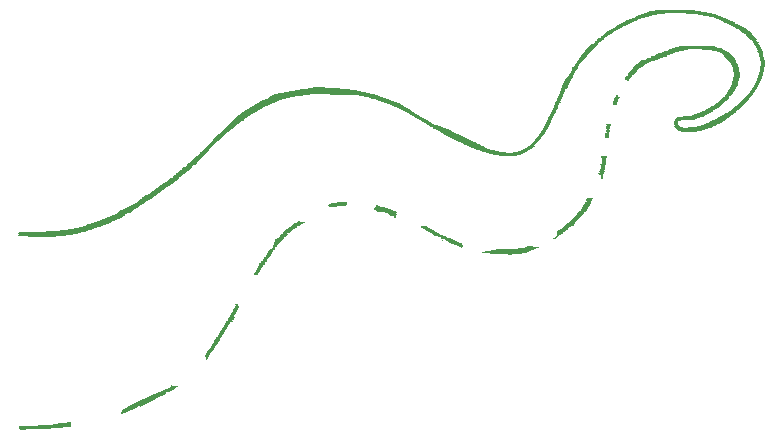
<source format=gto>
G04 EAGLE Gerber X2 export*
G75*
%MOMM*%
%FSLAX34Y34*%
%LPD*%
%AMOC8*
5,1,8,0,0,1.08239X$1,22.5*%
G01*
%ADD10R,0.042419X0.042416*%
%ADD11R,0.466600X0.042419*%
%ADD12R,2.545078X0.042419*%
%ADD13R,2.672334X0.042419*%
%ADD14R,2.884425X0.042419*%
%ADD15R,0.084838X0.042419*%
%ADD16R,3.775203X0.042416*%
%ADD17R,4.369053X0.042419*%
%ADD18R,3.775200X0.042419*%
%ADD19R,2.757169X0.042419*%
%ADD20R,1.951228X0.042416*%
%ADD21R,1.484628X0.042419*%
%ADD22R,1.314956X0.042419*%
%ADD23R,1.060450X0.042419*%
%ADD24R,0.721106X0.042416*%
%ADD25R,0.381763X0.042419*%
%ADD26R,0.042416X0.042419*%
%ADD27R,0.084834X0.042419*%
%ADD28R,0.254506X0.042416*%
%ADD29R,0.339344X0.042419*%
%ADD30R,0.466597X0.042419*%
%ADD31R,0.551434X0.042419*%
%ADD32R,0.636269X0.042416*%
%ADD33R,0.721106X0.042419*%
%ADD34R,0.848359X0.042419*%
%ADD35R,0.763522X0.042419*%
%ADD36R,0.678687X0.042416*%
%ADD37R,0.721103X0.042419*%
%ADD38R,0.805941X0.042419*%
%ADD39R,0.763522X0.042416*%
%ADD40R,0.975612X0.042419*%
%ADD41R,0.933197X0.042419*%
%ADD42R,1.018031X0.042416*%
%ADD43R,1.018031X0.042419*%
%ADD44R,0.975616X0.042419*%
%ADD45R,1.018034X0.042419*%
%ADD46R,0.975616X0.042416*%
%ADD47R,0.890778X0.042419*%
%ADD48R,0.890778X0.042416*%
%ADD49R,0.763525X0.042419*%
%ADD50R,0.678687X0.042419*%
%ADD51R,0.593853X0.042419*%
%ADD52R,0.509019X0.042416*%
%ADD53R,0.678691X0.042419*%
%ADD54R,0.551434X0.042416*%
%ADD55R,0.509019X0.042419*%
%ADD56R,0.042416X0.042416*%
%ADD57R,0.042419X0.042419*%
%ADD58R,0.084838X0.042416*%
%ADD59R,0.127256X0.042419*%
%ADD60R,0.169672X0.042419*%
%ADD61R,0.212088X0.042416*%
%ADD62R,0.254506X0.042419*%
%ADD63R,0.296925X0.042419*%
%ADD64R,0.339344X0.042416*%
%ADD65R,0.381759X0.042419*%
%ADD66R,0.296928X0.042419*%
%ADD67R,0.254509X0.042419*%
%ADD68R,0.254509X0.042416*%
%ADD69R,0.296925X0.042416*%
%ADD70R,0.381759X0.042416*%
%ADD71R,0.339347X0.042419*%
%ADD72R,0.381763X0.042416*%
%ADD73R,0.296928X0.042416*%
%ADD74R,0.424178X0.042419*%
%ADD75R,0.424181X0.042416*%
%ADD76R,0.424178X0.042416*%
%ADD77R,0.424181X0.042419*%
%ADD78R,0.127253X0.042419*%
%ADD79R,1.951228X0.042419*%
%ADD80R,2.629916X0.042419*%
%ADD81R,3.308603X0.042419*%
%ADD82R,3.775203X0.042419*%
%ADD83R,3.605531X0.042416*%
%ADD84R,3.478275X0.042419*%
%ADD85R,3.266188X0.042419*%
%ADD86R,3.181350X0.042419*%
%ADD87R,3.054097X0.042416*%
%ADD88R,1.781556X0.042419*%
%ADD89R,1.399794X0.042419*%
%ADD90R,1.187703X0.042419*%
%ADD91R,0.169672X0.042416*%
%ADD92R,1.145288X0.042416*%
%ADD93R,0.212091X0.042419*%
%ADD94R,0.636269X0.042419*%
%ADD95R,0.593853X0.042416*%
%ADD96R,0.509016X0.042419*%
%ADD97R,0.636272X0.042419*%
%ADD98R,0.551431X0.042419*%
%ADD99R,0.593850X0.042419*%
%ADD100R,0.509016X0.042416*%
%ADD101R,0.084834X0.042416*%
%ADD102R,2.417825X0.042419*%
%ADD103R,2.969263X0.042419*%
%ADD104R,4.029709X0.042416*%
%ADD105R,0.466600X0.042416*%
%ADD106R,0.212091X0.042416*%
%ADD107R,4.284219X0.042419*%
%ADD108R,4.623563X0.042419*%
%ADD109R,5.005325X0.042419*%
%ADD110R,5.047744X0.042416*%
%ADD111R,0.466597X0.042416*%
%ADD112R,5.174997X0.042419*%
%ADD113R,3.860038X0.042419*%
%ADD114R,3.223769X0.042419*%
%ADD115R,2.672334X0.042416*%
%ADD116R,2.205738X0.042419*%
%ADD117R,2.078481X0.042419*%
%ADD118R,1.908809X0.042419*%
%ADD119R,1.781556X0.042416*%
%ADD120R,1.654300X0.042419*%
%ADD121R,1.442213X0.042419*%
%ADD122R,1.484631X0.042419*%
%ADD123R,1.357378X0.042419*%
%ADD124R,1.272541X0.042416*%
%ADD125R,1.272541X0.042419*%
%ADD126R,1.314959X0.042419*%
%ADD127R,1.442213X0.042416*%
%ADD128R,0.593850X0.042416*%
%ADD129R,1.314959X0.042416*%
%ADD130R,1.145288X0.042419*%
%ADD131R,1.187706X0.042416*%
%ADD132R,1.230122X0.042419*%
%ADD133R,1.145284X0.042416*%
%ADD134R,1.102869X0.042419*%
%ADD135R,1.102866X0.042419*%
%ADD136R,1.018034X0.042416*%
%ADD137R,0.127253X0.042416*%
%ADD138R,0.848359X0.042416*%
%ADD139R,0.975612X0.042416*%
%ADD140R,1.527047X0.042419*%
%ADD141R,0.933194X0.042416*%
%ADD142R,0.805944X0.042419*%
%ADD143R,1.145284X0.042419*%
%ADD144R,1.060450X0.042416*%
%ADD145R,0.763525X0.042416*%
%ADD146R,1.484631X0.042416*%
%ADD147R,0.678691X0.042416*%
%ADD148R,0.551431X0.042416*%
%ADD149R,1.527050X0.042419*%
%ADD150R,2.332991X0.042416*%
%ADD151R,2.926841X0.042419*%
%ADD152R,1.569469X0.042419*%
%ADD153R,0.339347X0.042416*%
%ADD154R,1.187706X0.042419*%
%ADD155R,1.187703X0.042416*%
%ADD156R,0.212088X0.042419*%
%ADD157R,1.654303X0.042419*%
%ADD158R,0.933194X0.042419*%
%ADD159R,0.933197X0.042416*%
%ADD160R,2.417825X0.042416*%
%ADD161R,2.587497X0.042419*%
%ADD162R,2.757172X0.042419*%
%ADD163R,0.848363X0.042419*%
%ADD164R,1.866394X0.042419*%
%ADD165R,1.357378X0.042416*%
%ADD166R,0.636272X0.042416*%
%ADD167R,1.611884X0.042419*%
%ADD168R,1.696722X0.042416*%
%ADD169R,1.739138X0.042419*%
%ADD170R,1.866391X0.042419*%
%ADD171R,0.848363X0.042416*%
%ADD172R,1.611884X0.042416*%
%ADD173R,0.805944X0.042416*%
%ADD174R,1.230122X0.042416*%
%ADD175R,1.272538X0.042419*%
%ADD176R,1.357375X0.042419*%
%ADD177R,1.569466X0.042416*%
%ADD178R,1.696719X0.042419*%
%ADD179R,2.290572X0.042416*%
%ADD180R,2.502663X0.042419*%
%ADD181R,2.714750X0.042419*%
%ADD182R,3.605531X0.042419*%
%ADD183R,7.847331X0.042416*%
%ADD184R,7.423150X0.042419*%
%ADD185R,6.998972X0.042419*%
%ADD186R,6.574791X0.042419*%
%ADD187R,6.150609X0.042416*%
%ADD188R,5.641594X0.042419*%
%ADD189R,5.217413X0.042419*%
%ADD190R,4.708400X0.042419*%
%ADD191R,4.156963X0.042419*%
%ADD192R,3.266188X0.042416*%
%ADD193R,2.629919X0.042419*%
%ADD194R,1.102866X0.042416*%
%ADD195R,1.484628X0.042416*%
%ADD196R,1.739138X0.042416*%
%ADD197R,3.817622X0.042419*%
%ADD198R,3.520697X0.042419*%
%ADD199R,3.308603X0.042416*%
%ADD200R,2.969259X0.042419*%
%ADD201R,2.248153X0.042419*%
%ADD202R,1.314956X0.042416*%
%ADD203R,1.696722X0.042419*%
%ADD204R,2.078484X0.042419*%
%ADD205R,5.090159X0.042419*%
%ADD206R,4.665981X0.042419*%
%ADD207R,4.326634X0.042416*%
%ADD208R,3.944872X0.042419*%
%ADD209R,3.435859X0.042419*%


D10*
X130393Y16942D03*
D11*
X130393Y17366D03*
D12*
X140362Y17790D03*
D13*
X140574Y18214D03*
D14*
X141634Y18639D03*
D15*
X160722Y18639D03*
D16*
X146088Y19063D03*
D17*
X149057Y19487D03*
D18*
X152027Y19911D03*
D19*
X157117Y20335D03*
D20*
X161146Y20759D03*
D21*
X163479Y21184D03*
D22*
X164328Y21608D03*
D23*
X165600Y22032D03*
D24*
X167297Y22456D03*
D25*
X168994Y22880D03*
D26*
X214381Y30516D03*
D27*
X214593Y30940D03*
D28*
X215442Y31364D03*
D29*
X215866Y31788D03*
D30*
X216502Y32212D03*
D31*
X216926Y32636D03*
D32*
X217350Y33061D03*
D33*
X217775Y33485D03*
D34*
X219259Y33909D03*
D35*
X219683Y34333D03*
D36*
X220108Y34757D03*
D35*
X221380Y35182D03*
D37*
X221592Y35606D03*
D38*
X222865Y36030D03*
D39*
X223501Y36454D03*
D33*
X224137Y36878D03*
D26*
X230500Y36878D03*
D40*
X226258Y37302D03*
D41*
X226894Y37727D03*
D42*
X228167Y38151D03*
D43*
X229015Y38575D03*
D40*
X229652Y38999D03*
D44*
X230500Y39423D03*
D40*
X231348Y39848D03*
D42*
X232409Y40272D03*
D43*
X233257Y40696D03*
D45*
X234105Y41120D03*
D40*
X234742Y41544D03*
D46*
X235590Y41968D03*
D40*
X236438Y42393D03*
D41*
X237499Y42817D03*
D47*
X238135Y43241D03*
D48*
X238984Y43665D03*
D47*
X239832Y44089D03*
X240680Y44514D03*
X241529Y44938D03*
D48*
X242377Y45362D03*
D34*
X243437Y45786D03*
D47*
X244498Y46210D03*
D41*
X245982Y46634D03*
D48*
X246619Y47059D03*
D49*
X247255Y47483D03*
D50*
X247679Y47907D03*
D51*
X248528Y48331D03*
D52*
X248952Y48755D03*
D33*
X250861Y49179D03*
D53*
X251497Y49604D03*
D50*
X252345Y50028D03*
X253194Y50452D03*
D32*
X253830Y50876D03*
D51*
X254890Y51300D03*
D31*
X255527Y51725D03*
X256799Y52149D03*
D54*
X257223Y52573D03*
D55*
X257860Y52997D03*
D31*
X258496Y53421D03*
X259344Y53845D03*
D56*
X256799Y54270D03*
D57*
X286068Y76327D03*
X286068Y76751D03*
D58*
X285855Y77175D03*
D59*
X286068Y77600D03*
D60*
X285855Y78024D03*
X285855Y78448D03*
D61*
X286068Y78872D03*
D62*
X286280Y79296D03*
X286280Y79720D03*
D63*
X286492Y80145D03*
D64*
X286704Y80569D03*
D29*
X286704Y80993D03*
D65*
X286916Y81417D03*
D29*
X287128Y81841D03*
X287552Y82266D03*
D64*
X287976Y82690D03*
D63*
X288188Y83114D03*
D66*
X288613Y83538D03*
D67*
X288825Y83962D03*
D28*
X289249Y84386D03*
D62*
X289673Y84811D03*
D67*
X290097Y85235D03*
D66*
X290309Y85659D03*
D68*
X290521Y86083D03*
D67*
X290946Y86507D03*
D63*
X291158Y86932D03*
D62*
X291370Y87356D03*
D69*
X291582Y87780D03*
D66*
X292006Y88204D03*
X292430Y88628D03*
X292430Y89052D03*
D69*
X292854Y89477D03*
D29*
X293066Y89901D03*
X293491Y90325D03*
D25*
X293703Y90749D03*
D70*
X294127Y91173D03*
D65*
X294127Y91597D03*
D25*
X294551Y92022D03*
D11*
X294975Y92446D03*
D63*
X294551Y92870D03*
D69*
X294551Y93294D03*
D29*
X295187Y93718D03*
D63*
X295399Y94143D03*
D67*
X295612Y94567D03*
D68*
X295612Y94991D03*
D63*
X296248Y95415D03*
D29*
X296884Y95839D03*
D25*
X297096Y96263D03*
D64*
X297308Y96688D03*
D29*
X297308Y97112D03*
X297732Y97536D03*
X298157Y97960D03*
D64*
X298157Y98384D03*
D29*
X298581Y98809D03*
D25*
X298793Y99233D03*
D29*
X299005Y99657D03*
D70*
X299217Y100081D03*
D25*
X299641Y100505D03*
D29*
X299853Y100929D03*
D25*
X300065Y101354D03*
D64*
X300278Y101778D03*
D25*
X300490Y102202D03*
D29*
X300702Y102626D03*
D71*
X301126Y103050D03*
D25*
X301338Y103475D03*
D72*
X301762Y103899D03*
D25*
X302186Y104323D03*
X302186Y104747D03*
D29*
X302398Y105171D03*
D73*
X302611Y105595D03*
D71*
X302823Y106020D03*
D66*
X303035Y106444D03*
D29*
X303247Y106868D03*
D64*
X303671Y107292D03*
D63*
X303883Y107716D03*
D29*
X304095Y108141D03*
D74*
X304944Y108565D03*
D75*
X305368Y108989D03*
D25*
X305580Y109413D03*
X305580Y109837D03*
D29*
X305792Y110261D03*
D76*
X306216Y110686D03*
D74*
X306640Y111110D03*
X306640Y111534D03*
D77*
X307064Y111958D03*
D72*
X307277Y112382D03*
D25*
X307277Y112806D03*
D29*
X307489Y113231D03*
X307489Y113655D03*
D63*
X307701Y114079D03*
D68*
X307913Y114503D03*
D67*
X308337Y114927D03*
X308337Y115352D03*
D62*
X308761Y115776D03*
D61*
X308973Y116200D03*
D62*
X309185Y116624D03*
D66*
X309822Y117048D03*
X309822Y117472D03*
D69*
X310246Y117897D03*
D63*
X310246Y118321D03*
X310246Y118745D03*
D62*
X310458Y119169D03*
D28*
X310882Y119593D03*
D63*
X311094Y120018D03*
D66*
X311518Y120442D03*
D71*
X311730Y120866D03*
D68*
X311730Y121290D03*
D60*
X311306Y121714D03*
D78*
X311518Y122138D03*
D27*
X311306Y122563D03*
D10*
X311094Y122987D03*
D29*
X327425Y148438D03*
X327849Y148862D03*
D63*
X328061Y149286D03*
D64*
X328273Y149710D03*
D29*
X328698Y150134D03*
X329122Y150559D03*
X329122Y150983D03*
D73*
X329334Y151407D03*
D29*
X329546Y151831D03*
X329970Y152255D03*
D63*
X330182Y152679D03*
D64*
X330394Y153104D03*
D63*
X330606Y153528D03*
D29*
X330819Y153952D03*
X331243Y154376D03*
D72*
X331455Y154800D03*
D25*
X331879Y155224D03*
D29*
X332091Y155649D03*
X332091Y156073D03*
D25*
X332303Y156497D03*
D75*
X332515Y156921D03*
D25*
X332727Y157345D03*
D74*
X332939Y157770D03*
D29*
X333788Y158194D03*
D72*
X334000Y158618D03*
D77*
X334212Y159042D03*
X334212Y159466D03*
D29*
X335060Y159890D03*
D72*
X335272Y160315D03*
D25*
X335272Y160739D03*
X335697Y161163D03*
D29*
X336333Y161587D03*
D64*
X336333Y162011D03*
D65*
X336545Y162436D03*
D29*
X337181Y162860D03*
X337605Y163284D03*
D64*
X337605Y163708D03*
D25*
X337817Y164132D03*
D29*
X338454Y164556D03*
X338878Y164981D03*
D72*
X339090Y165405D03*
X542696Y165405D03*
D25*
X339090Y165829D03*
D79*
X539091Y165829D03*
D27*
X551816Y165829D03*
D63*
X339514Y166253D03*
D80*
X539091Y166253D03*
D63*
X339514Y166677D03*
D81*
X539939Y166677D03*
D29*
X339726Y167102D03*
D82*
X538030Y167102D03*
D70*
X339938Y167526D03*
D83*
X539303Y167526D03*
D63*
X340363Y167950D03*
D84*
X540788Y167950D03*
D63*
X340363Y168374D03*
D85*
X542696Y168374D03*
D63*
X340787Y168798D03*
D86*
X544393Y168798D03*
D68*
X341423Y169222D03*
D87*
X546302Y169222D03*
D67*
X341847Y169647D03*
D59*
X531668Y169647D03*
D88*
X553513Y169647D03*
D59*
X342483Y170071D03*
D89*
X556694Y170071D03*
D78*
X342908Y170495D03*
D90*
X559027Y170495D03*
D91*
X343120Y170919D03*
D92*
X561360Y170919D03*
D93*
X343332Y171343D03*
D26*
X502399Y171343D03*
D38*
X560936Y171343D03*
D93*
X343332Y171768D03*
D59*
X501551Y171768D03*
D11*
X560088Y171768D03*
D67*
X343544Y172192D03*
X500915Y172192D03*
D15*
X559876Y172192D03*
D73*
X343756Y172616D03*
D64*
X500491Y172616D03*
D29*
X343968Y173040D03*
D77*
X500066Y173040D03*
D67*
X344816Y173464D03*
D50*
X498794Y173464D03*
D66*
X345029Y173888D03*
D50*
X498794Y173888D03*
D73*
X345029Y174313D03*
D39*
X497521Y174313D03*
D71*
X345241Y174737D03*
D49*
X496673Y174737D03*
D25*
X345453Y175161D03*
D33*
X496037Y175161D03*
D77*
X345665Y175585D03*
D94*
X494764Y175585D03*
D75*
X346089Y176009D03*
D95*
X494128Y176009D03*
D11*
X346301Y176433D03*
D51*
X493279Y176433D03*
D96*
X346513Y176858D03*
D57*
X485856Y176858D03*
D94*
X492643Y176858D03*
D96*
X346937Y177282D03*
D97*
X491795Y177282D03*
D31*
X347149Y177706D03*
D51*
X490734Y177706D03*
D32*
X347574Y178130D03*
D54*
X490098Y178130D03*
D98*
X347998Y178554D03*
D99*
X489038Y178554D03*
D26*
X580448Y178554D03*
D96*
X348634Y178979D03*
D50*
X487765Y178979D03*
D27*
X580661Y178979D03*
D25*
X349270Y179403D03*
D31*
X487129Y179403D03*
D15*
X581509Y179403D03*
D64*
X349482Y179827D03*
D100*
X486493Y179827D03*
D101*
X581933Y179827D03*
D96*
X350331Y180251D03*
D77*
X485644Y180251D03*
D15*
X582781Y180251D03*
D102*
X146512Y180675D03*
D96*
X350755Y180675D03*
D31*
X484160Y180675D03*
D59*
X582994Y180675D03*
D60*
X128060Y181099D03*
D59*
X134211Y181099D03*
D103*
X150118Y181099D03*
D30*
X350967Y181099D03*
D50*
X482675Y181099D03*
D78*
X583418Y181099D03*
D104*
X146936Y181524D03*
D105*
X351391Y181524D03*
D32*
X482039Y181524D03*
D106*
X583842Y181524D03*
D107*
X148209Y181948D03*
D30*
X351815Y181948D03*
D31*
X481190Y181948D03*
D67*
X584054Y181948D03*
D108*
X149906Y182372D03*
D74*
X352027Y182372D03*
D55*
X480554Y182372D03*
D63*
X584266Y182372D03*
D109*
X151815Y182796D03*
D65*
X352240Y182796D03*
D96*
X480130Y182796D03*
D63*
X584266Y182796D03*
D110*
X152027Y183220D03*
D72*
X352664Y183220D03*
D111*
X479494Y183220D03*
D75*
X584902Y183220D03*
D112*
X153087Y183645D03*
D77*
X353300Y183645D03*
D11*
X478645Y183645D03*
D96*
X585326Y183645D03*
D50*
X130606Y184069D03*
D113*
X160086Y184069D03*
D77*
X353724Y184069D03*
D31*
X477797Y184069D03*
X585539Y184069D03*
D114*
X165812Y184493D03*
D74*
X354148Y184493D03*
D98*
X476949Y184493D03*
D31*
X585963Y184493D03*
D115*
X169842Y184917D03*
D75*
X354573Y184917D03*
D54*
X476100Y184917D03*
D95*
X586175Y184917D03*
D116*
X172599Y185341D03*
D11*
X355209Y185341D03*
D99*
X475464Y185341D03*
D51*
X587023Y185341D03*
D117*
X175357Y185765D03*
D30*
X355633Y185765D03*
D31*
X474828Y185765D03*
X587659Y185765D03*
D118*
X177477Y186190D03*
D30*
X356057Y186190D03*
D31*
X473979Y186190D03*
X588084Y186190D03*
D119*
X179810Y186614D03*
D105*
X356906Y186614D03*
D54*
X473131Y186614D03*
D95*
X588720Y186614D03*
D120*
X181719Y187038D03*
D96*
X357542Y187038D03*
X472495Y187038D03*
D31*
X589356Y187038D03*
D121*
X183204Y187462D03*
D96*
X357966Y187462D03*
D55*
X471646Y187462D03*
D31*
X589780Y187462D03*
D122*
X185113Y187886D03*
D94*
X359026Y187886D03*
D30*
X471010Y187886D03*
D31*
X590205Y187886D03*
D123*
X186173Y188311D03*
D31*
X359451Y188311D03*
D96*
X470374Y188311D03*
X590417Y188311D03*
D124*
X187870Y188735D03*
D100*
X359663Y188735D03*
D54*
X469737Y188735D03*
D100*
X591265Y188735D03*
D125*
X189567Y189159D03*
D96*
X360087Y189159D03*
X591689Y189159D03*
D125*
X190839Y189583D03*
D50*
X361359Y189583D03*
D11*
X591901Y189583D03*
D126*
X191475Y190007D03*
D99*
X361784Y190007D03*
D50*
X593386Y190007D03*
D127*
X192536Y190431D03*
D128*
X362208Y190431D03*
D32*
X593598Y190431D03*
D22*
X194020Y190856D03*
D97*
X362844Y190856D03*
D99*
X593810Y190856D03*
D123*
X195081Y191280D03*
D94*
X363692Y191280D03*
D51*
X594234Y191280D03*
D22*
X196141Y191704D03*
D51*
X364329Y191704D03*
X594658Y191704D03*
D129*
X196990Y192128D03*
D36*
X365601Y192128D03*
D54*
X594871Y192128D03*
D22*
X197838Y192552D03*
D51*
X366025Y192552D03*
D98*
X595295Y192552D03*
D130*
X199111Y192977D03*
D78*
X364117Y192977D03*
D31*
X595719Y192977D03*
D90*
X200171Y193401D03*
D27*
X364329Y193401D03*
D31*
X596143Y193401D03*
D131*
X201444Y193825D03*
D54*
X596567Y193825D03*
D132*
X202504Y194249D03*
D31*
X596991Y194249D03*
D132*
X203352Y194673D03*
D31*
X597416Y194673D03*
D132*
X204201Y195097D03*
D31*
X597840Y195097D03*
D133*
X205473Y195522D03*
D54*
X598264Y195522D03*
D134*
X206534Y195946D03*
D31*
X598688Y195946D03*
D135*
X207382Y196370D03*
D31*
X599112Y196370D03*
D134*
X208230Y196794D03*
D15*
X445347Y196794D03*
D31*
X599537Y196794D03*
D136*
X209079Y197218D03*
D137*
X445559Y197218D03*
D54*
X599961Y197218D03*
D40*
X209715Y197642D03*
D60*
X445771Y197642D03*
D31*
X600385Y197642D03*
D45*
X210776Y198067D03*
D29*
X444923Y198067D03*
D31*
X600809Y198067D03*
D40*
X211412Y198491D03*
D96*
X444075Y198491D03*
D31*
X601233Y198491D03*
D47*
X212260Y198915D03*
D31*
X443862Y198915D03*
X601657Y198915D03*
D138*
X212896Y199339D03*
D32*
X443438Y199339D03*
D100*
X601870Y199339D03*
D47*
X213957Y199763D03*
D50*
X443226Y199763D03*
D30*
X602082Y199763D03*
D47*
X214381Y200188D03*
D33*
X443014Y200188D03*
D11*
X602506Y200188D03*
D23*
X216078Y200612D03*
D47*
X442166Y200612D03*
D30*
X602930Y200612D03*
D46*
X216502Y201036D03*
D139*
X441742Y201036D03*
D76*
X603142Y201036D03*
D41*
X216714Y201460D03*
D140*
X438984Y201460D03*
D74*
X603566Y201460D03*
D41*
X217562Y201884D03*
D140*
X437712Y201884D03*
D11*
X604203Y201884D03*
D41*
X217987Y202308D03*
D89*
X436651Y202308D03*
D31*
X605051Y202308D03*
D141*
X218835Y202733D03*
D129*
X435803Y202733D03*
D100*
X605263Y202733D03*
D34*
X219683Y203157D03*
D126*
X435379Y203157D03*
D31*
X605475Y203157D03*
D142*
X220320Y203581D03*
D22*
X434531Y203581D03*
D96*
X605687Y203581D03*
D34*
X220956Y204005D03*
D143*
X433682Y204005D03*
D11*
X605899Y204005D03*
D39*
X221804Y204429D03*
D144*
X433258Y204429D03*
D111*
X606323Y204429D03*
D49*
X222653Y204854D03*
D142*
X432834Y204854D03*
D30*
X606323Y204854D03*
D35*
X223501Y205278D03*
D30*
X431561Y205278D03*
D74*
X606535Y205278D03*
D142*
X224137Y205702D03*
D93*
X394233Y205702D03*
D63*
X430713Y205702D03*
D74*
X606960Y205702D03*
D145*
X224774Y206126D03*
D36*
X393173Y206126D03*
D106*
X430289Y206126D03*
D72*
X607172Y206126D03*
D33*
X225410Y206550D03*
D35*
X393173Y206550D03*
D59*
X402717Y206550D03*
D27*
X430501Y206550D03*
D77*
X607384Y206550D03*
D94*
X226258Y206974D03*
D89*
X396354Y206974D03*
D26*
X430289Y206974D03*
D77*
X607808Y206974D03*
D97*
X227106Y207399D03*
D140*
X396991Y207399D03*
D77*
X607808Y207399D03*
D32*
X227955Y207823D03*
D146*
X397203Y207823D03*
D75*
X608232Y207823D03*
D97*
X228803Y208247D03*
D126*
X398051Y208247D03*
D25*
X608444Y208247D03*
D94*
X229227Y208671D03*
D23*
X399324Y208671D03*
D74*
X608656Y208671D03*
D97*
X230076Y209095D03*
D49*
X400808Y209095D03*
D74*
X608656Y209095D03*
D97*
X230500Y209520D03*
D77*
X402505Y209520D03*
X609081Y209520D03*
D32*
X230924Y209944D03*
D64*
X609505Y209944D03*
D50*
X231560Y210368D03*
D25*
X609717Y210368D03*
D97*
X232197Y210792D03*
D25*
X609717Y210792D03*
D50*
X232833Y211216D03*
D77*
X609929Y211216D03*
D36*
X233257Y211640D03*
D75*
X609929Y211640D03*
D35*
X234105Y212065D03*
D77*
X609929Y212065D03*
D33*
X234742Y212489D03*
D74*
X610353Y212489D03*
D49*
X235378Y212913D03*
D74*
X610353Y212913D03*
D39*
X235802Y213337D03*
D49*
X236651Y213761D03*
X237075Y214186D03*
D50*
X237923Y214610D03*
D145*
X238347Y215034D03*
D49*
X238771Y215458D03*
D33*
X239408Y215882D03*
X240256Y216306D03*
D24*
X241104Y216731D03*
D33*
X241529Y217155D03*
X242377Y217579D03*
D50*
X243013Y218003D03*
D36*
X243437Y218427D03*
D94*
X244074Y218851D03*
D97*
X244498Y219276D03*
D50*
X245134Y219700D03*
X245983Y220124D03*
D147*
X246407Y220548D03*
D50*
X246831Y220972D03*
D33*
X247467Y221397D03*
D53*
X248103Y221821D03*
D36*
X248528Y222245D03*
D94*
X249164Y222669D03*
D97*
X249588Y223093D03*
D51*
X250224Y223517D03*
D147*
X251497Y223942D03*
D50*
X251921Y224366D03*
D99*
X252345Y224790D03*
X252769Y225214D03*
D32*
X253830Y225638D03*
D50*
X254466Y226063D03*
X254890Y226487D03*
D94*
X255527Y226911D03*
D36*
X256163Y227335D03*
D97*
X256799Y227759D03*
X257223Y228183D03*
D94*
X257647Y228608D03*
D95*
X258284Y229032D03*
D51*
X258708Y229456D03*
D57*
X620746Y229456D03*
D51*
X259132Y229880D03*
D15*
X620533Y229880D03*
D31*
X259768Y230304D03*
D15*
X620533Y230304D03*
D31*
X260193Y230729D03*
D15*
X620533Y230729D03*
D54*
X260617Y231153D03*
D137*
X620746Y231153D03*
D99*
X261253Y231577D03*
D78*
X620746Y231577D03*
D51*
X261677Y232001D03*
D93*
X620321Y232001D03*
D31*
X262313Y232425D03*
D93*
X620321Y232425D03*
D54*
X262738Y232849D03*
D64*
X620109Y232849D03*
D98*
X263162Y233274D03*
D25*
X619897Y233274D03*
D51*
X263798Y233698D03*
D77*
X620109Y233698D03*
D51*
X264222Y234122D03*
D77*
X620109Y234122D03*
D148*
X264859Y234546D03*
D72*
X620321Y234546D03*
D51*
X265495Y234970D03*
D25*
X620321Y234970D03*
D51*
X265919Y235395D03*
D77*
X620533Y235395D03*
D99*
X266343Y235819D03*
D25*
X620746Y235819D03*
D128*
X266767Y236243D03*
D72*
X620746Y236243D03*
D97*
X267404Y236667D03*
D25*
X620746Y236667D03*
D94*
X268252Y237091D03*
D71*
X620958Y237091D03*
D94*
X268676Y237515D03*
D25*
X621170Y237515D03*
D95*
X268888Y237940D03*
D72*
X621170Y237940D03*
D51*
X269312Y238364D03*
D25*
X621170Y238364D03*
D51*
X269737Y238788D03*
D25*
X621170Y238788D03*
D99*
X270161Y239212D03*
D29*
X621382Y239212D03*
D54*
X270797Y239636D03*
D72*
X621594Y239636D03*
D31*
X271221Y240060D03*
D25*
X621594Y240060D03*
D31*
X271645Y240485D03*
D25*
X621594Y240485D03*
D31*
X272070Y240909D03*
D25*
X621594Y240909D03*
D51*
X272706Y241333D03*
D25*
X621594Y241333D03*
D95*
X273130Y241757D03*
D75*
X621806Y241757D03*
D99*
X273554Y242181D03*
D25*
X622018Y242181D03*
D99*
X273978Y242606D03*
D25*
X622018Y242606D03*
D96*
X274403Y243030D03*
D25*
X622018Y243030D03*
D100*
X274827Y243454D03*
D72*
X622018Y243454D03*
D96*
X275251Y243878D03*
D25*
X622018Y243878D03*
D96*
X275675Y244302D03*
D29*
X622230Y244302D03*
D31*
X276311Y244726D03*
D29*
X622230Y244726D03*
D54*
X276736Y245151D03*
D64*
X622230Y245151D03*
D98*
X277160Y245575D03*
D29*
X622230Y245575D03*
D31*
X277584Y245999D03*
D29*
X622230Y245999D03*
D31*
X278008Y246423D03*
D29*
X622230Y246423D03*
D54*
X278432Y246847D03*
D64*
X622230Y246847D03*
D96*
X278644Y247272D03*
D77*
X622230Y247272D03*
D11*
X279281Y247696D03*
D77*
X622230Y247696D03*
D30*
X279705Y248120D03*
D77*
X622230Y248120D03*
D111*
X280129Y248544D03*
D75*
X622230Y248544D03*
D55*
X280765Y248968D03*
D43*
X540788Y248968D03*
D96*
X281189Y249392D03*
D149*
X540788Y249392D03*
D96*
X281614Y249817D03*
D79*
X540363Y249817D03*
D100*
X282038Y250241D03*
D150*
X540151Y250241D03*
D55*
X282462Y250665D03*
D13*
X539727Y250665D03*
D11*
X282674Y251089D03*
D151*
X539303Y251089D03*
D30*
X283098Y251513D03*
D152*
X531668Y251513D03*
D41*
X550120Y251513D03*
D30*
X283522Y251938D03*
D126*
X529123Y251938D03*
D50*
X551816Y251938D03*
D75*
X284159Y252362D03*
D124*
X526790Y252362D03*
D128*
X553089Y252362D03*
D77*
X284583Y252786D03*
D125*
X525517Y252786D03*
D51*
X553937Y252786D03*
D74*
X285007Y253210D03*
D132*
X524457Y253210D03*
D31*
X554998Y253210D03*
D65*
X285219Y253634D03*
D45*
X522124Y253634D03*
D31*
X555846Y253634D03*
D72*
X285643Y254058D03*
D46*
X520639Y254058D03*
D52*
X556482Y254058D03*
D25*
X286068Y254483D03*
D40*
X519367Y254483D03*
D30*
X557119Y254483D03*
D25*
X286492Y254907D03*
D44*
X518518Y254907D03*
D55*
X558179Y254907D03*
D65*
X286916Y255331D03*
D43*
X517458Y255331D03*
D30*
X558815Y255331D03*
D72*
X287340Y255755D03*
D144*
X516397Y255755D03*
D76*
X559452Y255755D03*
D25*
X287764Y256179D03*
D134*
X515337Y256179D03*
D11*
X560088Y256179D03*
D25*
X288188Y256604D03*
D134*
X514488Y256604D03*
D74*
X560724Y256604D03*
D65*
X288613Y257028D03*
D23*
X513428Y257028D03*
D74*
X561148Y257028D03*
D64*
X288825Y257452D03*
D144*
X512580Y257452D03*
D72*
X561360Y257452D03*
D29*
X289249Y257876D03*
D134*
X511943Y257876D03*
D25*
X561785Y257876D03*
D29*
X289673Y258300D03*
D90*
X511095Y258300D03*
D25*
X562209Y258300D03*
D29*
X290097Y258724D03*
D143*
X510035Y258724D03*
D65*
X562633Y258724D03*
D153*
X290521Y259149D03*
D92*
X509186Y259149D03*
D72*
X563057Y259149D03*
D29*
X290946Y259573D03*
D154*
X508550Y259573D03*
D25*
X563481Y259573D03*
D29*
X291370Y259997D03*
D143*
X507914Y259997D03*
D25*
X563905Y259997D03*
X292006Y260421D03*
D154*
X506853Y260421D03*
D65*
X564330Y260421D03*
D72*
X292430Y260845D03*
D155*
X505581Y260845D03*
D64*
X564542Y260845D03*
D25*
X292854Y261269D03*
D130*
X504944Y261269D03*
D29*
X564966Y261269D03*
D25*
X293279Y261694D03*
D134*
X503884Y261694D03*
D29*
X565390Y261694D03*
D77*
X293491Y262118D03*
D134*
X503036Y262118D03*
D29*
X565814Y262118D03*
D74*
X293915Y262542D03*
D134*
X502187Y262542D03*
D25*
X566026Y262542D03*
D76*
X294339Y262966D03*
D133*
X501127Y262966D03*
D153*
X566238Y262966D03*
D77*
X294763Y263390D03*
D154*
X500066Y263390D03*
D29*
X566663Y263390D03*
D30*
X295399Y263815D03*
D90*
X499218Y263815D03*
D29*
X567087Y263815D03*
D30*
X295824Y264239D03*
D130*
X498582Y264239D03*
D29*
X567511Y264239D03*
X624775Y264239D03*
D111*
X296248Y264663D03*
D92*
X497733Y264663D03*
D64*
X567511Y264663D03*
X624775Y264663D03*
D11*
X296672Y265087D03*
D143*
X496885Y265087D03*
D71*
X567935Y265087D03*
D63*
X624987Y265087D03*
D30*
X297096Y265511D03*
D130*
X496037Y265511D03*
D29*
X568359Y265511D03*
D63*
X624987Y265511D03*
D30*
X297520Y265935D03*
D143*
X495188Y265935D03*
D29*
X568783Y265935D03*
D62*
X625199Y265935D03*
D111*
X297945Y266360D03*
D92*
X494340Y266360D03*
D69*
X568996Y266360D03*
D28*
X625199Y266360D03*
D11*
X298369Y266784D03*
D135*
X493704Y266784D03*
D29*
X569208Y266784D03*
D62*
X625199Y266784D03*
D74*
X299005Y267208D03*
D134*
X492855Y267208D03*
D29*
X569632Y267208D03*
D62*
X625199Y267208D03*
D74*
X299429Y267632D03*
D23*
X492219Y267632D03*
D29*
X570056Y267632D03*
D62*
X625199Y267632D03*
D75*
X299853Y268056D03*
D144*
X491371Y268056D03*
D64*
X570480Y268056D03*
D61*
X625412Y268056D03*
D77*
X300278Y268481D03*
D23*
X490522Y268481D03*
D63*
X570692Y268481D03*
D156*
X625412Y268481D03*
D30*
X300914Y268905D03*
D23*
X489674Y268905D03*
D29*
X570904Y268905D03*
D156*
X625412Y268905D03*
D30*
X301338Y269329D03*
D23*
X488826Y269329D03*
D63*
X571116Y269329D03*
D156*
X625412Y269329D03*
D50*
X694765Y269329D03*
D52*
X301974Y269753D03*
D42*
X488189Y269753D03*
D73*
X571541Y269753D03*
D28*
X625624Y269753D03*
D124*
X694765Y269753D03*
D96*
X302398Y270177D03*
D43*
X487341Y270177D03*
D29*
X571753Y270177D03*
D62*
X625624Y270177D03*
D157*
X694977Y270177D03*
D96*
X302823Y270601D03*
D41*
X486493Y270601D03*
D63*
X571965Y270601D03*
D93*
X625836Y270601D03*
D79*
X695613Y270601D03*
D96*
X303247Y271026D03*
D158*
X485644Y271026D03*
D63*
X572389Y271026D03*
D93*
X625836Y271026D03*
D116*
X696037Y271026D03*
D54*
X303883Y271450D03*
D159*
X484796Y271450D03*
D69*
X572389Y271450D03*
D106*
X625836Y271450D03*
D160*
X696250Y271450D03*
D51*
X304519Y271874D03*
D158*
X483947Y271874D03*
D63*
X572813Y271874D03*
D67*
X626048Y271874D03*
D161*
X696674Y271874D03*
D51*
X304944Y272298D03*
D41*
X483099Y272298D03*
D67*
X573025Y272298D03*
X626048Y272298D03*
D162*
X697098Y272298D03*
D99*
X305368Y272722D03*
D163*
X482251Y272722D03*
D66*
X573237Y272722D03*
D67*
X626048Y272722D03*
D51*
X685857Y272722D03*
D164*
X702824Y272722D03*
D98*
X305580Y273147D03*
D38*
X481614Y273147D03*
D67*
X573449Y273147D03*
X626048Y273147D03*
D96*
X685009Y273147D03*
D140*
X705794Y273147D03*
D95*
X306216Y273571D03*
D145*
X480554Y273571D03*
D69*
X573662Y273571D03*
D68*
X626048Y273571D03*
D76*
X684585Y273571D03*
D165*
X707490Y273571D03*
D94*
X306852Y273995D03*
D35*
X479706Y273995D03*
D62*
X573874Y273995D03*
D67*
X626048Y273995D03*
D77*
X684160Y273995D03*
D132*
X708975Y273995D03*
D94*
X307277Y274419D03*
D33*
X478645Y274419D03*
D63*
X574086Y274419D03*
D66*
X626260Y274419D03*
D25*
X683948Y274419D03*
D154*
X710035Y274419D03*
D94*
X307701Y274843D03*
D97*
X477797Y274843D03*
D62*
X574298Y274843D03*
D66*
X626260Y274843D03*
D25*
X683948Y274843D03*
D143*
X711096Y274843D03*
D166*
X308125Y275267D03*
D100*
X476312Y275267D03*
D69*
X574510Y275267D03*
D64*
X626048Y275267D03*
D72*
X683524Y275267D03*
D144*
X712368Y275267D03*
D94*
X308549Y275692D03*
D96*
X475464Y275692D03*
D67*
X574722Y275692D03*
D63*
X626684Y275692D03*
D29*
X683312Y275692D03*
D23*
X713217Y275692D03*
D94*
X308973Y276116D03*
D96*
X474616Y276116D03*
D66*
X574934Y276116D03*
D29*
X683312Y276116D03*
D23*
X714065Y276116D03*
D50*
X309610Y276540D03*
D96*
X474191Y276540D03*
D67*
X575146Y276540D03*
D66*
X683100Y276540D03*
D43*
X715126Y276540D03*
D24*
X310246Y276964D03*
D52*
X473343Y276964D03*
D69*
X575358Y276964D03*
D73*
X683100Y276964D03*
D42*
X715974Y276964D03*
D33*
X310670Y277388D03*
D96*
X472495Y277388D03*
D62*
X575570Y277388D03*
D29*
X683312Y277388D03*
D43*
X716822Y277388D03*
D33*
X311094Y277813D03*
D55*
X471646Y277813D03*
D63*
X575782Y277813D03*
D29*
X683312Y277813D03*
D40*
X717459Y277813D03*
D33*
X311518Y278237D03*
D30*
X471010Y278237D03*
D63*
X575782Y278237D03*
D29*
X683736Y278237D03*
D44*
X718307Y278237D03*
D24*
X311942Y278661D03*
D111*
X470586Y278661D03*
D28*
X575995Y278661D03*
D72*
X683948Y278661D03*
D141*
X718943Y278661D03*
D34*
X313003Y279085D03*
D11*
X469737Y279085D03*
D63*
X576207Y279085D03*
D31*
X685221Y279085D03*
D41*
X719792Y279085D03*
D38*
X313215Y279509D03*
D30*
X469313Y279509D03*
D67*
X576419Y279509D03*
D22*
X689039Y279509D03*
D47*
X720428Y279509D03*
D38*
X313639Y279933D03*
D30*
X468465Y279933D03*
D66*
X576631Y279933D03*
D167*
X690947Y279933D03*
D47*
X721276Y279933D03*
D145*
X313851Y280358D03*
D111*
X467617Y280358D03*
D68*
X576843Y280358D03*
D168*
X691796Y280358D03*
D138*
X721912Y280358D03*
D49*
X314275Y280782D03*
D30*
X466768Y280782D03*
D66*
X577055Y280782D03*
D169*
X692432Y280782D03*
D142*
X722549Y280782D03*
D38*
X314912Y281206D03*
D30*
X465920Y281206D03*
D66*
X577055Y281206D03*
D170*
X693917Y281206D03*
D38*
X723397Y281206D03*
D34*
X315548Y281630D03*
D74*
X465284Y281630D03*
D63*
X577479Y281630D03*
D170*
X694765Y281630D03*
D49*
X724033Y281630D03*
D171*
X315972Y282054D03*
D75*
X464435Y282054D03*
D69*
X577479Y282054D03*
D172*
X697310Y282054D03*
D145*
X724458Y282054D03*
D47*
X316608Y282478D03*
D30*
X463799Y282478D03*
D63*
X577903Y282478D03*
D167*
X698158Y282478D03*
D33*
X725094Y282478D03*
D47*
X317033Y282903D03*
D77*
X463163Y282903D03*
D29*
X578115Y282903D03*
D43*
X701976Y282903D03*
D50*
X725730Y282903D03*
D158*
X317669Y283327D03*
D96*
X462314Y283327D03*
D66*
X578328Y283327D03*
D41*
X702824Y283327D03*
D50*
X726578Y283327D03*
D47*
X318305Y283751D03*
D96*
X461466Y283751D03*
D71*
X578540Y283751D03*
D44*
X703885Y283751D03*
D50*
X727427Y283751D03*
D48*
X319154Y284175D03*
D54*
X460830Y284175D03*
D73*
X578752Y284175D03*
D139*
X704733Y284175D03*
D32*
X728063Y284175D03*
D158*
X319790Y284599D03*
D96*
X460193Y284599D03*
D29*
X578964Y284599D03*
D41*
X705794Y284599D03*
D97*
X728487Y284599D03*
D44*
X320426Y285024D03*
D31*
X459557Y285024D03*
D29*
X579388Y285024D03*
D47*
X706854Y285024D03*
D51*
X729124Y285024D03*
D44*
X320850Y285448D03*
D31*
X458709Y285448D03*
D29*
X579388Y285448D03*
D47*
X707702Y285448D03*
D98*
X729760Y285448D03*
D139*
X321699Y285872D03*
D54*
X458285Y285872D03*
D64*
X579812Y285872D03*
D48*
X708551Y285872D03*
D95*
X730396Y285872D03*
D41*
X322335Y286296D03*
D98*
X457436Y286296D03*
D29*
X579812Y286296D03*
D38*
X709399Y286296D03*
D31*
X731032Y286296D03*
D158*
X323183Y286720D03*
D31*
X456588Y286720D03*
D29*
X579812Y286720D03*
D49*
X710460Y286720D03*
D96*
X731669Y286720D03*
D41*
X323607Y287144D03*
D99*
X455952Y287144D03*
D29*
X580236Y287144D03*
D37*
X711096Y287144D03*
D96*
X732093Y287144D03*
D159*
X324456Y287569D03*
D128*
X455527Y287569D03*
D70*
X580448Y287569D03*
D24*
X711520Y287569D03*
D111*
X732729Y287569D03*
D41*
X325304Y287993D03*
D94*
X454467Y287993D03*
D29*
X580661Y287993D03*
D33*
X712368Y287993D03*
D11*
X733153Y287993D03*
D41*
X326153Y288417D03*
D50*
X453831Y288417D03*
D25*
X580873Y288417D03*
D97*
X713217Y288417D03*
D74*
X733789Y288417D03*
D40*
X326789Y288841D03*
D53*
X452982Y288841D03*
D25*
X581297Y288841D03*
D94*
X714065Y288841D03*
D74*
X734214Y288841D03*
D46*
X327637Y289265D03*
D36*
X452134Y289265D03*
D64*
X581509Y289265D03*
D95*
X714701Y289265D03*
D75*
X734638Y289265D03*
D40*
X328061Y289690D03*
D33*
X451498Y289690D03*
D25*
X581721Y289690D03*
D99*
X715550Y289690D03*
D11*
X735274Y289690D03*
D43*
X328698Y290114D03*
D33*
X450649Y290114D03*
D25*
X581721Y290114D03*
D51*
X715974Y290114D03*
D30*
X735698Y290114D03*
D23*
X329758Y290538D03*
D33*
X449801Y290538D03*
D29*
X581933Y290538D03*
D51*
X716398Y290538D03*
D30*
X736122Y290538D03*
D144*
X330606Y290962D03*
D173*
X448953Y290962D03*
D70*
X582145Y290962D03*
D100*
X717671Y290962D03*
D75*
X736759Y290962D03*
D23*
X331455Y291386D03*
D34*
X448316Y291386D03*
D65*
X582145Y291386D03*
D96*
X718095Y291386D03*
D77*
X737183Y291386D03*
D134*
X332091Y291810D03*
D34*
X447468Y291810D03*
D65*
X582145Y291810D03*
D96*
X718519Y291810D03*
D74*
X737607Y291810D03*
D143*
X333151Y292235D03*
D47*
X446408Y292235D03*
D25*
X582569Y292235D03*
D66*
X631350Y292235D03*
D96*
X718943Y292235D03*
D77*
X738031Y292235D03*
D174*
X334000Y292659D03*
D48*
X445559Y292659D03*
D64*
X582781Y292659D03*
D73*
X631350Y292659D03*
D111*
X719579Y292659D03*
D75*
X738455Y292659D03*
D132*
X334848Y293083D03*
D41*
X444499Y293083D03*
D25*
X582994Y293083D03*
D67*
X631562Y293083D03*
D30*
X720004Y293083D03*
D77*
X738880Y293083D03*
D132*
X335697Y293507D03*
D40*
X443438Y293507D03*
D25*
X582994Y293507D03*
D66*
X631774Y293507D03*
D77*
X720640Y293507D03*
D74*
X739304Y293507D03*
D132*
X336545Y293931D03*
D41*
X441954Y293931D03*
D77*
X583206Y293931D03*
D67*
X631986Y293931D03*
D77*
X721064Y293931D03*
D74*
X739728Y293931D03*
D175*
X337181Y294356D03*
D44*
X440893Y294356D03*
D25*
X583418Y294356D03*
D67*
X631986Y294356D03*
D30*
X721700Y294356D03*
D77*
X740152Y294356D03*
D124*
X338030Y294780D03*
D139*
X439621Y294780D03*
D70*
X583842Y294780D03*
D68*
X631986Y294780D03*
D111*
X722125Y294780D03*
D75*
X740576Y294780D03*
D125*
X338878Y295204D03*
D40*
X438348Y295204D03*
D65*
X583842Y295204D03*
D63*
X632198Y295204D03*
D11*
X722549Y295204D03*
D74*
X741001Y295204D03*
D125*
X339726Y295628D03*
D45*
X437288Y295628D03*
D29*
X584054Y295628D03*
D62*
X632410Y295628D03*
D74*
X723185Y295628D03*
X741425Y295628D03*
D22*
X340787Y296052D03*
D43*
X436015Y296052D03*
D25*
X584266Y296052D03*
D62*
X632410Y296052D03*
D74*
X723609Y296052D03*
D77*
X741849Y296052D03*
D129*
X342059Y296476D03*
D42*
X435167Y296476D03*
D64*
X584478Y296476D03*
D69*
X632623Y296476D03*
D75*
X724033Y296476D03*
X742273Y296476D03*
D126*
X343332Y296901D03*
D23*
X434106Y296901D03*
D29*
X584478Y296901D03*
D63*
X632623Y296901D03*
D77*
X724458Y296901D03*
D74*
X742697Y296901D03*
D176*
X344392Y297325D03*
D43*
X432622Y297325D03*
D25*
X584690Y297325D03*
D29*
X632835Y297325D03*
D77*
X724882Y297325D03*
D65*
X742909Y297325D03*
D121*
X345665Y297749D03*
D134*
X431349Y297749D03*
D29*
X584902Y297749D03*
X633259Y297749D03*
D74*
X725306Y297749D03*
D25*
X743334Y297749D03*
D177*
X346725Y298173D03*
D46*
X429865Y298173D03*
D64*
X584902Y298173D03*
D70*
X633471Y298173D03*
D75*
X725730Y298173D03*
D72*
X743758Y298173D03*
D178*
X347786Y298597D03*
D45*
X428380Y298597D03*
D29*
X585327Y298597D03*
D25*
X633895Y298597D03*
X725942Y298597D03*
X744182Y298597D03*
D118*
X349270Y299022D03*
D135*
X426683Y299022D03*
D29*
X585327Y299022D03*
D60*
X633259Y299022D03*
D25*
X726366Y299022D03*
D65*
X744606Y299022D03*
D117*
X350967Y299446D03*
D90*
X425411Y299446D03*
D29*
X585751Y299446D03*
D78*
X633047Y299446D03*
D25*
X726791Y299446D03*
X745030Y299446D03*
D179*
X352876Y299870D03*
D124*
X424138Y299870D03*
D64*
X585751Y299870D03*
D137*
X633047Y299870D03*
D76*
X727003Y299870D03*
D72*
X745454Y299870D03*
D180*
X354785Y300294D03*
D122*
X422229Y300294D03*
D25*
X585963Y300294D03*
D77*
X727427Y300294D03*
D29*
X745667Y300294D03*
D181*
X356693Y300718D03*
D88*
X419048Y300718D03*
D29*
X586175Y300718D03*
D77*
X727851Y300718D03*
D29*
X746091Y300718D03*
D151*
X359026Y301142D03*
D182*
X408231Y301142D03*
D29*
X586175Y301142D03*
D25*
X728063Y301142D03*
D71*
X746515Y301142D03*
D183*
X385326Y301567D03*
D64*
X586599Y301567D03*
D72*
X728487Y301567D03*
D73*
X746727Y301567D03*
D184*
X385750Y301991D03*
D29*
X586599Y301991D03*
D74*
X728699Y301991D03*
D63*
X747151Y301991D03*
D185*
X385750Y302415D03*
D29*
X587023Y302415D03*
D74*
X729124Y302415D03*
D63*
X747575Y302415D03*
D186*
X385750Y302839D03*
D29*
X587023Y302839D03*
D25*
X729336Y302839D03*
D29*
X747787Y302839D03*
D187*
X386174Y303263D03*
D64*
X587023Y303263D03*
D75*
X729548Y303263D03*
D64*
X747787Y303263D03*
D188*
X386598Y303687D03*
D71*
X587447Y303687D03*
D77*
X729972Y303687D03*
D71*
X748212Y303687D03*
D189*
X387022Y304112D03*
D71*
X587447Y304112D03*
D77*
X729972Y304112D03*
D29*
X748636Y304112D03*
D190*
X386598Y304536D03*
D29*
X587872Y304536D03*
D74*
X730396Y304536D03*
D29*
X748636Y304536D03*
D191*
X386386Y304960D03*
D25*
X588084Y304960D03*
D74*
X730820Y304960D03*
D29*
X749060Y304960D03*
D192*
X384901Y305384D03*
D72*
X588084Y305384D03*
D76*
X730820Y305384D03*
D64*
X749484Y305384D03*
D193*
X385114Y305808D03*
D25*
X588508Y305808D03*
D77*
X731244Y305808D03*
D29*
X749484Y305808D03*
D79*
X384265Y306233D03*
D77*
X588720Y306233D03*
X731669Y306233D03*
D29*
X749908Y306233D03*
D158*
X381296Y306657D03*
D25*
X588932Y306657D03*
D77*
X731669Y306657D03*
D66*
X750120Y306657D03*
D76*
X589144Y307081D03*
D72*
X731881Y307081D03*
D69*
X750545Y307081D03*
D74*
X589144Y307505D03*
X732093Y307505D03*
D29*
X750757Y307505D03*
D74*
X589144Y307929D03*
D65*
X732305Y307929D03*
D63*
X750969Y307929D03*
D25*
X589356Y308353D03*
D74*
X732517Y308353D03*
D29*
X751181Y308353D03*
D75*
X589568Y308778D03*
X732941Y308778D03*
D69*
X751393Y308778D03*
D25*
X589780Y309202D03*
D77*
X732941Y309202D03*
D29*
X751605Y309202D03*
D77*
X589992Y309626D03*
D11*
X733153Y309626D03*
D29*
X752029Y309626D03*
D25*
X590205Y310050D03*
D11*
X733153Y310050D03*
D29*
X752029Y310050D03*
D75*
X590417Y310474D03*
D105*
X733153Y310474D03*
D69*
X752241Y310474D03*
D74*
X590841Y310899D03*
D77*
X733365Y310899D03*
D63*
X752666Y310899D03*
D74*
X590841Y311323D03*
D77*
X733365Y311323D03*
D63*
X752666Y311323D03*
D74*
X591265Y311747D03*
D30*
X733577Y311747D03*
D62*
X752878Y311747D03*
D72*
X591477Y312171D03*
D111*
X733577Y312171D03*
D69*
X753090Y312171D03*
D77*
X591689Y312595D03*
D78*
X642803Y312595D03*
D74*
X733789Y312595D03*
D66*
X753514Y312595D03*
D25*
X591901Y313019D03*
D93*
X642379Y313019D03*
D74*
X733789Y313019D03*
D66*
X753514Y313019D03*
D77*
X592113Y313444D03*
D25*
X641530Y313444D03*
D30*
X734002Y313444D03*
D29*
X753726Y313444D03*
D72*
X592325Y313868D03*
X641955Y313868D03*
D76*
X734214Y313868D03*
D69*
X753938Y313868D03*
D65*
X592750Y314292D03*
D25*
X641955Y314292D03*
D30*
X734426Y314292D03*
D63*
X753938Y314292D03*
D74*
X592962Y314716D03*
D25*
X642379Y314716D03*
D30*
X734426Y314716D03*
D63*
X754362Y314716D03*
D25*
X593174Y315140D03*
D77*
X642591Y315140D03*
D30*
X734426Y315140D03*
D63*
X754362Y315140D03*
D77*
X593386Y315565D03*
X643015Y315565D03*
X734638Y315565D03*
D29*
X754574Y315565D03*
D72*
X593598Y315989D03*
D75*
X643439Y315989D03*
X734638Y315989D03*
D69*
X754786Y315989D03*
D25*
X594022Y316413D03*
D74*
X643863Y316413D03*
D77*
X734638Y316413D03*
D63*
X754786Y316413D03*
D25*
X594022Y316837D03*
D65*
X644075Y316837D03*
D77*
X734638Y316837D03*
D63*
X754786Y316837D03*
D65*
X594446Y317261D03*
D25*
X644500Y317261D03*
D77*
X734638Y317261D03*
D67*
X754998Y317261D03*
D70*
X594446Y317685D03*
D72*
X644924Y317685D03*
D75*
X734638Y317685D03*
D73*
X755211Y317685D03*
D25*
X594871Y318110D03*
D77*
X645136Y318110D03*
X734638Y318110D03*
D66*
X755211Y318110D03*
D25*
X594871Y318534D03*
D74*
X645560Y318534D03*
D77*
X734638Y318534D03*
D66*
X755211Y318534D03*
D25*
X595295Y318958D03*
D74*
X645984Y318958D03*
D77*
X734638Y318958D03*
D66*
X755211Y318958D03*
D72*
X595719Y319382D03*
D75*
X646408Y319382D03*
X734638Y319382D03*
D69*
X755635Y319382D03*
D25*
X595719Y319806D03*
D11*
X646621Y319806D03*
D77*
X734638Y319806D03*
D63*
X755635Y319806D03*
D65*
X596143Y320231D03*
D30*
X647045Y320231D03*
X734426Y320231D03*
D29*
X755847Y320231D03*
X596355Y320655D03*
D30*
X647469Y320655D03*
X734426Y320655D03*
D29*
X755847Y320655D03*
D72*
X596567Y321079D03*
D100*
X647681Y321079D03*
D76*
X734214Y321079D03*
D64*
X755847Y321079D03*
D25*
X596991Y321503D03*
D96*
X648105Y321503D03*
D74*
X734214Y321503D03*
D29*
X756271Y321503D03*
D25*
X596991Y321927D03*
D98*
X648317Y321927D03*
D74*
X734214Y321927D03*
D29*
X756271Y321927D03*
D25*
X597416Y322351D03*
D31*
X648741Y322351D03*
D74*
X734214Y322351D03*
D29*
X756271Y322351D03*
D75*
X597628Y322776D03*
D54*
X649166Y322776D03*
D111*
X734002Y322776D03*
D64*
X756271Y322776D03*
D25*
X597840Y323200D03*
D31*
X649590Y323200D03*
D30*
X734002Y323200D03*
D29*
X756271Y323200D03*
D74*
X598052Y323624D03*
D99*
X650226Y323624D03*
D96*
X733789Y323624D03*
D25*
X756483Y323624D03*
X598264Y324048D03*
D51*
X650650Y324048D03*
D96*
X733789Y324048D03*
D25*
X756483Y324048D03*
D72*
X598688Y324472D03*
D95*
X651074Y324472D03*
D111*
X733577Y324472D03*
D72*
X756483Y324472D03*
D25*
X598688Y324896D03*
D94*
X651711Y324896D03*
D96*
X733365Y324896D03*
D29*
X756695Y324896D03*
D25*
X599112Y325321D03*
D94*
X652135Y325321D03*
D96*
X733365Y325321D03*
D29*
X756695Y325321D03*
X599324Y325745D03*
D97*
X652559Y325745D03*
D98*
X733153Y325745D03*
D29*
X756695Y325745D03*
D71*
X599749Y326169D03*
D50*
X653195Y326169D03*
D96*
X732941Y326169D03*
D29*
X756695Y326169D03*
D153*
X599749Y326593D03*
D36*
X654044Y326593D03*
D100*
X732517Y326593D03*
D64*
X756695Y326593D03*
D29*
X600173Y327017D03*
D53*
X654468Y327017D03*
D96*
X732517Y327017D03*
D29*
X756695Y327017D03*
X600597Y327442D03*
D50*
X655316Y327442D03*
D96*
X732093Y327442D03*
D29*
X756695Y327442D03*
X601021Y327866D03*
D33*
X655952Y327866D03*
D31*
X731881Y327866D03*
D29*
X756695Y327866D03*
D72*
X601233Y328290D03*
D39*
X656589Y328290D03*
D100*
X731669Y328290D03*
D64*
X756695Y328290D03*
D29*
X601445Y328714D03*
D49*
X657437Y328714D03*
D98*
X731457Y328714D03*
D29*
X756695Y328714D03*
X601870Y329138D03*
D34*
X658285Y329138D03*
D31*
X731032Y329138D03*
D29*
X756695Y329138D03*
X602294Y329562D03*
D40*
X659346Y329562D03*
D51*
X730820Y329562D03*
D29*
X756695Y329562D03*
D72*
X602506Y329987D03*
D194*
X659982Y329987D03*
D54*
X730608Y329987D03*
D72*
X756483Y329987D03*
D25*
X602930Y330411D03*
D163*
X662527Y330411D03*
D31*
X730184Y330411D03*
D29*
X756271Y330411D03*
D65*
X603354Y330835D03*
D44*
X663164Y330835D03*
D99*
X729972Y330835D03*
D29*
X756271Y330835D03*
D25*
X603778Y331259D03*
D43*
X664224Y331259D03*
D99*
X729548Y331259D03*
D25*
X756059Y331259D03*
D75*
X603990Y331683D03*
D171*
X665921Y331683D03*
D32*
X729336Y331683D03*
D72*
X756059Y331683D03*
D77*
X604415Y332108D03*
D47*
X666557Y332108D03*
D97*
X728911Y332108D03*
D25*
X756059Y332108D03*
D74*
X604839Y332532D03*
D158*
X667617Y332532D03*
D97*
X728487Y332532D03*
D25*
X756059Y332532D03*
D65*
X605051Y332956D03*
D134*
X668466Y332956D03*
D94*
X728063Y332956D03*
D25*
X755635Y332956D03*
D76*
X605263Y333380D03*
D46*
X670375Y333380D03*
D32*
X727639Y333380D03*
D72*
X755635Y333380D03*
D77*
X605687Y333804D03*
D23*
X670799Y333804D03*
D50*
X727427Y333804D03*
D25*
X755635Y333804D03*
D77*
X606111Y334228D03*
D43*
X671859Y334228D03*
D97*
X726791Y334228D03*
D25*
X755635Y334228D03*
D74*
X606535Y334653D03*
D90*
X672708Y334653D03*
D50*
X726154Y334653D03*
D65*
X755211Y334653D03*
D76*
X606960Y335077D03*
D174*
X673768Y335077D03*
D36*
X725730Y335077D03*
D70*
X755211Y335077D03*
D77*
X607384Y335501D03*
D45*
X675677Y335501D03*
D53*
X725306Y335501D03*
D65*
X755211Y335501D03*
D77*
X607808Y335925D03*
D43*
X676525Y335925D03*
D94*
X724670Y335925D03*
D29*
X754999Y335925D03*
D77*
X608232Y336349D03*
D44*
X677161Y336349D03*
D50*
X724033Y336349D03*
D25*
X754786Y336349D03*
X608444Y336774D03*
D158*
X678646Y336774D03*
D50*
X723185Y336774D03*
D25*
X754786Y336774D03*
D76*
X608656Y337198D03*
D92*
X680131Y337198D03*
D145*
X722337Y337198D03*
D75*
X754574Y337198D03*
D77*
X609081Y337622D03*
D132*
X682252Y337622D03*
D142*
X720852Y337622D03*
D25*
X754362Y337622D03*
D77*
X609505Y338046D03*
D89*
X683524Y338046D03*
D43*
X718943Y338046D03*
D25*
X754362Y338046D03*
D77*
X609929Y338470D03*
D21*
X684797Y338470D03*
D126*
X716610Y338470D03*
D25*
X754362Y338470D03*
D76*
X610353Y338894D03*
D195*
X686069Y338894D03*
D196*
X713641Y338894D03*
D72*
X753938Y338894D03*
D77*
X610777Y339319D03*
D149*
X687554Y339319D03*
D79*
X711732Y339319D03*
D25*
X753938Y339319D03*
D77*
X611201Y339743D03*
D197*
X700279Y339743D03*
D65*
X753514Y339743D03*
D77*
X611626Y340167D03*
D198*
X700491Y340167D03*
D29*
X753302Y340167D03*
D76*
X612050Y340591D03*
D199*
X700703Y340591D03*
D64*
X752878Y340591D03*
D74*
X612474Y341015D03*
D200*
X701128Y341015D03*
D29*
X752878Y341015D03*
D77*
X612898Y341440D03*
D201*
X701764Y341440D03*
D29*
X752453Y341440D03*
D77*
X613322Y341864D03*
D29*
X752453Y341864D03*
D76*
X613747Y342288D03*
D64*
X752029Y342288D03*
D74*
X614171Y342712D03*
D65*
X751817Y342712D03*
D77*
X614595Y343136D03*
D25*
X751393Y343136D03*
X615231Y343560D03*
X751393Y343560D03*
D70*
X615655Y343985D03*
D72*
X750969Y343985D03*
D25*
X616080Y344409D03*
D77*
X750757Y344409D03*
D25*
X616504Y344833D03*
X750545Y344833D03*
X616928Y345257D03*
D65*
X750120Y345257D03*
D76*
X617564Y345681D03*
D70*
X750120Y345681D03*
D25*
X618200Y346105D03*
X749696Y346105D03*
X618625Y346530D03*
X749272Y346530D03*
D74*
X619261Y346954D03*
D77*
X749060Y346954D03*
X619685Y347378D03*
X748636Y347378D03*
D75*
X620109Y347802D03*
D76*
X748212Y347802D03*
D25*
X620746Y348226D03*
D77*
X747787Y348226D03*
D25*
X621170Y348651D03*
D11*
X747575Y348651D03*
D25*
X621594Y349075D03*
D11*
X747151Y349075D03*
D75*
X622230Y349499D03*
D111*
X746727Y349499D03*
D65*
X622866Y349923D03*
D30*
X746303Y349923D03*
D25*
X623291Y350347D03*
D11*
X745879Y350347D03*
D25*
X623715Y350771D03*
D11*
X745454Y350771D03*
D70*
X624563Y351196D03*
D100*
X745242Y351196D03*
D77*
X625199Y351620D03*
D96*
X744818Y351620D03*
D77*
X625624Y352044D03*
D31*
X744606Y352044D03*
D30*
X626260Y352468D03*
D99*
X743970Y352468D03*
D111*
X626684Y352892D03*
D128*
X743546Y352892D03*
D11*
X627108Y353317D03*
D51*
X742697Y353317D03*
D30*
X627532Y353741D03*
D99*
X742273Y353741D03*
D30*
X628381Y354165D03*
D99*
X741849Y354165D03*
D105*
X629229Y354589D03*
D166*
X741213Y354589D03*
D96*
X629865Y355013D03*
D99*
X740576Y355013D03*
D55*
X630714Y355437D03*
D99*
X740152Y355437D03*
D31*
X631350Y355862D03*
X739516Y355862D03*
D54*
X632198Y356286D03*
D95*
X738880Y356286D03*
D31*
X633047Y356710D03*
D97*
X737819Y356710D03*
D31*
X633895Y357134D03*
D97*
X737395Y357134D03*
D31*
X634743Y357558D03*
D94*
X736547Y357558D03*
D31*
X635168Y357983D03*
D97*
X735698Y357983D03*
D148*
X636016Y358407D03*
D32*
X735274Y358407D03*
D51*
X636652Y358831D03*
D97*
X734426Y358831D03*
D94*
X637713Y359255D03*
X733577Y359255D03*
D97*
X638561Y359679D03*
D50*
X732517Y359679D03*
D36*
X639197Y360103D03*
D32*
X731457Y360103D03*
D50*
X640046Y360528D03*
D33*
X730184Y360528D03*
D50*
X640894Y360952D03*
D33*
X729760Y360952D03*
D97*
X641955Y361376D03*
D49*
X729124Y361376D03*
D24*
X642803Y361800D03*
D145*
X728275Y361800D03*
D33*
X643651Y362224D03*
D49*
X727427Y362224D03*
D33*
X644500Y362649D03*
X726366Y362649D03*
D35*
X645560Y363073D03*
D33*
X725518Y363073D03*
D145*
X646408Y363497D03*
D24*
X724670Y363497D03*
D33*
X647045Y363921D03*
X723821Y363921D03*
X647893Y364345D03*
D50*
X722761Y364345D03*
D53*
X649378Y364769D03*
D50*
X721912Y364769D03*
D36*
X650650Y365194D03*
D32*
X720852Y365194D03*
D33*
X651711Y365618D03*
D50*
X719792Y365618D03*
D38*
X652559Y366042D03*
D33*
X718731Y366042D03*
D163*
X653619Y366466D03*
D49*
X717246Y366466D03*
D139*
X655104Y366890D03*
D10*
X660618Y366890D03*
D171*
X715550Y366890D03*
D23*
X656377Y367314D03*
D40*
X714065Y367314D03*
D23*
X657649Y367739D03*
D130*
X712368Y367739D03*
X659346Y368163D03*
D176*
X710035Y368163D03*
D132*
X661043Y368587D03*
D89*
X708551Y368587D03*
D202*
X662739Y369011D03*
D196*
X705582Y369011D03*
D203*
X665497Y369435D03*
D204*
X702188Y369435D03*
D205*
X684160Y369860D03*
D206*
X683312Y370284D03*
D207*
X682888Y370708D03*
D208*
X683100Y371132D03*
D209*
X682676Y371556D03*
D181*
X682040Y371980D03*
M02*

</source>
